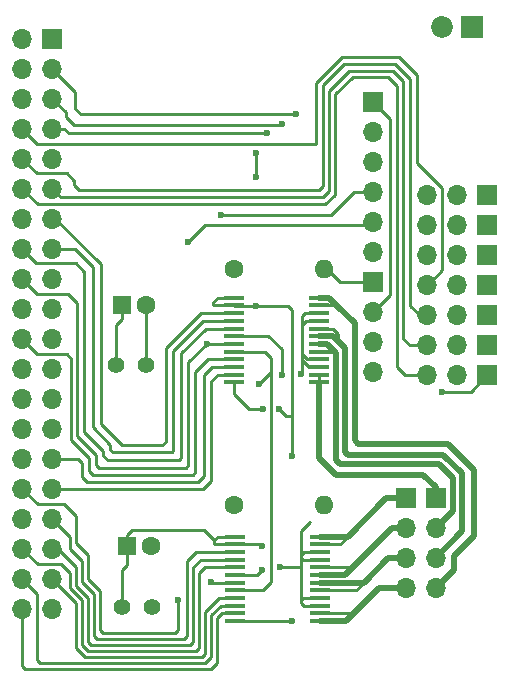
<source format=gbr>
G04 #@! TF.FileFunction,Copper,L1,Top,Signal*
%FSLAX46Y46*%
G04 Gerber Fmt 4.6, Leading zero omitted, Abs format (unit mm)*
G04 Created by KiCad (PCBNEW 4.0.7) date 08/31/18 00:13:05*
%MOMM*%
%LPD*%
G01*
G04 APERTURE LIST*
%ADD10C,0.150000*%
%ADD11C,1.400000*%
%ADD12R,1.600000X1.600000*%
%ADD13C,1.600000*%
%ADD14R,1.750000X0.450000*%
%ADD15R,1.700000X1.700000*%
%ADD16O,1.700000X1.700000*%
%ADD17R,1.850000X1.850000*%
%ADD18C,1.850000*%
%ADD19O,1.600000X1.600000*%
%ADD20C,0.600000*%
%ADD21C,0.250000*%
%ADD22C,0.500000*%
G04 APERTURE END LIST*
D10*
D11*
X121000000Y-108100000D03*
X123500000Y-108100000D03*
D12*
X121920000Y-123444000D03*
D13*
X123920000Y-123444000D03*
D14*
X138220000Y-129785000D03*
X138220000Y-129135000D03*
X138220000Y-128485000D03*
X138220000Y-127835000D03*
X138220000Y-127185000D03*
X138220000Y-126535000D03*
X138220000Y-125885000D03*
X138220000Y-125235000D03*
X138220000Y-124585000D03*
X138220000Y-123935000D03*
X138220000Y-123285000D03*
X138220000Y-122635000D03*
X131020000Y-122635000D03*
X131020000Y-123285000D03*
X131020000Y-123935000D03*
X131020000Y-124585000D03*
X131020000Y-125235000D03*
X131020000Y-125885000D03*
X131020000Y-126535000D03*
X131020000Y-127185000D03*
X131020000Y-127835000D03*
X131020000Y-128485000D03*
X131020000Y-129135000D03*
X131020000Y-129785000D03*
X138200000Y-109575000D03*
X138200000Y-108925000D03*
X138200000Y-108275000D03*
X138200000Y-107625000D03*
X138200000Y-106975000D03*
X138200000Y-106325000D03*
X138200000Y-105675000D03*
X138200000Y-105025000D03*
X138200000Y-104375000D03*
X138200000Y-103725000D03*
X138200000Y-103075000D03*
X138200000Y-102425000D03*
X131000000Y-102425000D03*
X131000000Y-103075000D03*
X131000000Y-103725000D03*
X131000000Y-104375000D03*
X131000000Y-105025000D03*
X131000000Y-105675000D03*
X131000000Y-106325000D03*
X131000000Y-106975000D03*
X131000000Y-107625000D03*
X131000000Y-108275000D03*
X131000000Y-108925000D03*
X131000000Y-109575000D03*
D15*
X115570000Y-80490000D03*
D16*
X113030000Y-80490000D03*
X115570000Y-83030000D03*
X113030000Y-83030000D03*
X115570000Y-85570000D03*
X113030000Y-85570000D03*
X115570000Y-88110000D03*
X113030000Y-88110000D03*
X115570000Y-90650000D03*
X113030000Y-90650000D03*
X115570000Y-93190000D03*
X113030000Y-93190000D03*
X115570000Y-95730000D03*
X113030000Y-95730000D03*
X115570000Y-98270000D03*
X113030000Y-98270000D03*
X115570000Y-100810000D03*
X113030000Y-100810000D03*
X115570000Y-103350000D03*
X113030000Y-103350000D03*
X115570000Y-105890000D03*
X113030000Y-105890000D03*
X115570000Y-108430000D03*
X113030000Y-108430000D03*
X115570000Y-110970000D03*
X113030000Y-110970000D03*
X115570000Y-113510000D03*
X113030000Y-113510000D03*
X115570000Y-116050000D03*
X113030000Y-116050000D03*
X115570000Y-118590000D03*
X113030000Y-118590000D03*
X115570000Y-121130000D03*
X113030000Y-121130000D03*
X115570000Y-123670000D03*
X113030000Y-123670000D03*
X115570000Y-126210000D03*
X113030000Y-126210000D03*
X115570000Y-128750000D03*
X113030000Y-128750000D03*
D12*
X121500000Y-103000000D03*
D13*
X123500000Y-103000000D03*
D11*
X121500000Y-128600000D03*
X124000000Y-128600000D03*
D15*
X142740000Y-101100000D03*
D16*
X142740000Y-103640000D03*
X142740000Y-106180000D03*
X142740000Y-108720000D03*
D15*
X142740000Y-85860000D03*
D16*
X142740000Y-88400000D03*
X142740000Y-90940000D03*
X142740000Y-93480000D03*
X142740000Y-96020000D03*
X142740000Y-98560000D03*
D15*
X152400000Y-93726000D03*
D16*
X149860000Y-93726000D03*
X147320000Y-93726000D03*
D15*
X152400000Y-108966000D03*
D16*
X149860000Y-108966000D03*
X147320000Y-108966000D03*
D15*
X152400000Y-106426000D03*
D16*
X149860000Y-106426000D03*
X147320000Y-106426000D03*
D15*
X152400000Y-96266000D03*
D16*
X149860000Y-96266000D03*
X147320000Y-96266000D03*
D15*
X152400000Y-103886000D03*
D16*
X149860000Y-103886000D03*
X147320000Y-103886000D03*
D15*
X152400000Y-101346000D03*
D16*
X149860000Y-101346000D03*
X147320000Y-101346000D03*
D15*
X152400000Y-98806000D03*
D16*
X149860000Y-98806000D03*
X147320000Y-98806000D03*
D15*
X145510000Y-119380000D03*
D16*
X145510000Y-121920000D03*
X145510000Y-124460000D03*
X145510000Y-127000000D03*
D15*
X148050000Y-119380000D03*
D16*
X148050000Y-121920000D03*
X148050000Y-124460000D03*
X148050000Y-127000000D03*
D17*
X151100000Y-79500000D03*
D18*
X148600000Y-79500000D03*
D13*
X131000000Y-120000000D03*
D19*
X138620000Y-120000000D03*
D13*
X131000000Y-100000000D03*
D19*
X138620000Y-100000000D03*
D20*
X133100000Y-109700000D03*
X148600000Y-110400000D03*
X135000000Y-109000000D03*
X136600000Y-108900000D03*
X133350000Y-125476000D03*
X134874000Y-125222000D03*
X132800000Y-103100000D03*
X132800000Y-92200000D03*
X132800000Y-90200000D03*
X134800000Y-111800000D03*
X133400000Y-111800000D03*
X135900000Y-115800000D03*
X135890000Y-129794000D03*
X133350000Y-123444000D03*
X126238000Y-128016000D03*
X129032000Y-126492000D03*
X127100000Y-97700000D03*
X129900000Y-95400000D03*
X136200000Y-86900000D03*
X133800000Y-88500000D03*
X135000000Y-87700000D03*
X128700000Y-106300000D03*
D21*
X133100000Y-109700000D02*
X134100000Y-108700000D01*
X131020000Y-127185000D02*
X133415000Y-127185000D01*
X133415000Y-127185000D02*
X134100000Y-126500000D01*
X134100000Y-126500000D02*
X134100000Y-108700000D01*
X133575000Y-106975000D02*
X131000000Y-106975000D01*
X134100000Y-108700000D02*
X134100000Y-107500000D01*
X134100000Y-107500000D02*
X133575000Y-106975000D01*
X121500000Y-103000000D02*
X121500000Y-104200000D01*
X121000000Y-104700000D02*
X121000000Y-108100000D01*
X121500000Y-104200000D02*
X121000000Y-104700000D01*
X152400000Y-108966000D02*
X152400000Y-109000000D01*
X152400000Y-109000000D02*
X151000000Y-110400000D01*
X151000000Y-110400000D02*
X148600000Y-110400000D01*
X138620000Y-100000000D02*
X138800000Y-100000000D01*
X138800000Y-100000000D02*
X139900000Y-101100000D01*
X139900000Y-101100000D02*
X142740000Y-101100000D01*
X123500000Y-103000000D02*
X123500000Y-108100000D01*
X131000000Y-105675000D02*
X133875000Y-105675000D01*
X135000000Y-106800000D02*
X135000000Y-109000000D01*
X133875000Y-105675000D02*
X135000000Y-106800000D01*
X136700000Y-108800000D02*
X136700000Y-107700000D01*
X136600000Y-108900000D02*
X136700000Y-108800000D01*
X138200000Y-104375000D02*
X137025000Y-104375000D01*
X137025000Y-104375000D02*
X136700000Y-104700000D01*
X138200000Y-107625000D02*
X137125000Y-107625000D01*
X137125000Y-107625000D02*
X136700000Y-107200000D01*
X138200000Y-103725000D02*
X136975000Y-103725000D01*
X136700000Y-107700000D02*
X137300000Y-108300000D01*
X136700000Y-104000000D02*
X136700000Y-104700000D01*
X136700000Y-104700000D02*
X136700000Y-107200000D01*
X136700000Y-107200000D02*
X136700000Y-107700000D01*
X136975000Y-103725000D02*
X136700000Y-104000000D01*
X113030000Y-116050000D02*
X113030000Y-115824000D01*
X136652000Y-124206000D02*
X136652000Y-122174000D01*
X136652000Y-122174000D02*
X137414000Y-121412000D01*
X131020000Y-125885000D02*
X132941000Y-125885000D01*
X132941000Y-125885000D02*
X133350000Y-125476000D01*
X134874000Y-125222000D02*
X136652000Y-125222000D01*
X136652000Y-124460000D02*
X136652000Y-125222000D01*
X136652000Y-125222000D02*
X136652000Y-128270000D01*
X138220000Y-123935000D02*
X136923000Y-123935000D01*
X136777000Y-124585000D02*
X138220000Y-124585000D01*
X136652000Y-124460000D02*
X136777000Y-124585000D01*
X136652000Y-124206000D02*
X136652000Y-124460000D01*
X136923000Y-123935000D02*
X136652000Y-124206000D01*
X138220000Y-127835000D02*
X136833000Y-127835000D01*
X136833000Y-127835000D02*
X136652000Y-128016000D01*
X136652000Y-128016000D02*
X136652000Y-128270000D01*
X136867000Y-128485000D02*
X138220000Y-128485000D01*
X136652000Y-128270000D02*
X136867000Y-128485000D01*
X132800000Y-90200000D02*
X132800000Y-92200000D01*
X131000000Y-109575000D02*
X131000000Y-110600000D01*
X135400000Y-112400000D02*
X135900000Y-112400000D01*
X134800000Y-111800000D02*
X135400000Y-112400000D01*
X132200000Y-111800000D02*
X133400000Y-111800000D01*
X131000000Y-110600000D02*
X132200000Y-111800000D01*
X121920000Y-123444000D02*
X121920000Y-122480000D01*
X128450000Y-122100000D02*
X129286000Y-122936000D01*
X122300000Y-122100000D02*
X128450000Y-122100000D01*
X121920000Y-122480000D02*
X122300000Y-122100000D01*
X135500000Y-103100000D02*
X132800000Y-103100000D01*
X132800000Y-103100000D02*
X131025000Y-103100000D01*
X135900000Y-103500000D02*
X135500000Y-103100000D01*
X135900000Y-110400000D02*
X135900000Y-103500000D01*
X135900000Y-115800000D02*
X135900000Y-112400000D01*
X135900000Y-112400000D02*
X135900000Y-110400000D01*
X131025000Y-103100000D02*
X131000000Y-103075000D01*
X131000000Y-103075000D02*
X129175000Y-103075000D01*
X129575000Y-102425000D02*
X131000000Y-102425000D01*
X129200000Y-102800000D02*
X129575000Y-102425000D01*
X129200000Y-103050000D02*
X129200000Y-102800000D01*
X129175000Y-103075000D02*
X129200000Y-103050000D01*
X121920000Y-123444000D02*
X121920000Y-125080000D01*
X121500000Y-125500000D02*
X121500000Y-128600000D01*
X121920000Y-125080000D02*
X121500000Y-125500000D01*
X132851000Y-129785000D02*
X131020000Y-129785000D01*
X135890000Y-129794000D02*
X132851000Y-129785000D01*
X133191000Y-123285000D02*
X131020000Y-123285000D01*
X133350000Y-123444000D02*
X133191000Y-123285000D01*
X129286000Y-123285000D02*
X129286000Y-122936000D01*
X129286000Y-123285000D02*
X131020000Y-123285000D01*
X129286000Y-122936000D02*
X129587000Y-122635000D01*
X129587000Y-122635000D02*
X131020000Y-122635000D01*
X114328000Y-119888000D02*
X113030000Y-118590000D01*
X116586000Y-119888000D02*
X114328000Y-119888000D01*
X117602000Y-120904000D02*
X116586000Y-119888000D01*
X117602000Y-123190000D02*
X117602000Y-120904000D01*
X118618000Y-124206000D02*
X117602000Y-123190000D01*
X118618000Y-126238000D02*
X118618000Y-124206000D01*
X119634000Y-127254000D02*
X118618000Y-126238000D01*
X119634000Y-130556000D02*
X119634000Y-127254000D01*
X119903996Y-130825996D02*
X119634000Y-130556000D01*
X125968004Y-130825996D02*
X119903996Y-130825996D01*
X126238000Y-130556000D02*
X125968004Y-130825996D01*
X126238000Y-128016000D02*
X126238000Y-130556000D01*
X129075000Y-126535000D02*
X131020000Y-126535000D01*
X129032000Y-126492000D02*
X129075000Y-126535000D01*
X142740000Y-103640000D02*
X142760000Y-103640000D01*
X142760000Y-103640000D02*
X144200000Y-102200000D01*
X144200000Y-87320000D02*
X142740000Y-85860000D01*
X144200000Y-102200000D02*
X144200000Y-87320000D01*
X131020000Y-123935000D02*
X127779000Y-123935000D01*
X117094000Y-122654000D02*
X115570000Y-121130000D01*
X117094000Y-123698000D02*
X117094000Y-122654000D01*
X118110000Y-124714000D02*
X117094000Y-123698000D01*
X118110000Y-126492000D02*
X118110000Y-124714000D01*
X119126000Y-127508000D02*
X118110000Y-126492000D01*
X119126000Y-131071998D02*
X119126000Y-127508000D01*
X119380000Y-131325998D02*
X119126000Y-131071998D01*
X126746000Y-131325998D02*
X119380000Y-131325998D01*
X127000000Y-131071998D02*
X126746000Y-131325998D01*
X127000000Y-124714000D02*
X127000000Y-131071998D01*
X127779000Y-123935000D02*
X127000000Y-124714000D01*
X127100000Y-97700000D02*
X128500000Y-96300000D01*
X128500000Y-96300000D02*
X142460000Y-96300000D01*
X142460000Y-96300000D02*
X142740000Y-96020000D01*
X139500000Y-95100000D02*
X139200000Y-95400000D01*
X139500000Y-95100000D02*
X141120000Y-93480000D01*
X142740000Y-93480000D02*
X141120000Y-93480000D01*
X139200000Y-95400000D02*
X129900000Y-95400000D01*
X136200000Y-86900000D02*
X118000000Y-86900000D01*
X118000000Y-86900000D02*
X117500000Y-86400000D01*
X117500000Y-86400000D02*
X117500000Y-84960000D01*
X117500000Y-84960000D02*
X115570000Y-83030000D01*
X116610000Y-88110000D02*
X115570000Y-88110000D01*
X117000000Y-88500000D02*
X116610000Y-88110000D01*
X133800000Y-88500000D02*
X117000000Y-88500000D01*
X116700000Y-86700000D02*
X115570000Y-85570000D01*
X116700000Y-87100000D02*
X116700000Y-86700000D01*
X117400000Y-87800000D02*
X116700000Y-87100000D01*
X134900000Y-87800000D02*
X117400000Y-87800000D01*
X135000000Y-87700000D02*
X134900000Y-87800000D01*
X115570000Y-116050000D02*
X117750000Y-116050000D01*
X129125000Y-108275000D02*
X131000000Y-108275000D01*
X128400000Y-109000000D02*
X129125000Y-108275000D01*
X128400000Y-117500000D02*
X128400000Y-109000000D01*
X127900000Y-118000000D02*
X128400000Y-117500000D01*
X118500000Y-118000000D02*
X127900000Y-118000000D01*
X118100000Y-117600000D02*
X118500000Y-118000000D01*
X118100000Y-116400000D02*
X118100000Y-117600000D01*
X117750000Y-116050000D02*
X118100000Y-116400000D01*
X115570000Y-118590000D02*
X128310000Y-118590000D01*
X129000000Y-109500000D02*
X129575000Y-108925000D01*
X129575000Y-108925000D02*
X131000000Y-108925000D01*
X129000000Y-117900000D02*
X129000000Y-109500000D01*
X128310000Y-118590000D02*
X129000000Y-117900000D01*
X147320000Y-106426000D02*
X145826000Y-106426000D01*
X116280000Y-93900000D02*
X115570000Y-93190000D01*
X138499998Y-93900000D02*
X116280000Y-93900000D01*
X138999998Y-93400000D02*
X138499998Y-93900000D01*
X138999998Y-84900002D02*
X138999998Y-93400000D01*
X140700002Y-83199998D02*
X138999998Y-84900002D01*
X144399998Y-83199998D02*
X140700002Y-83199998D01*
X145300002Y-84100002D02*
X144399998Y-83199998D01*
X145300002Y-105900002D02*
X145300002Y-84100002D01*
X145826000Y-106426000D02*
X145300002Y-105900002D01*
X131020000Y-129135000D02*
X129945000Y-129135000D01*
X113030000Y-133604000D02*
X113030000Y-128750000D01*
X113291998Y-133865998D02*
X113030000Y-133604000D01*
X129032000Y-133865998D02*
X113291998Y-133865998D01*
X129540000Y-133357998D02*
X129032000Y-133865998D01*
X129540000Y-129540000D02*
X129540000Y-133357998D01*
X129945000Y-129135000D02*
X129540000Y-129540000D01*
X131020000Y-128485000D02*
X129833000Y-128485000D01*
X114300000Y-127480000D02*
X113030000Y-126210000D01*
X114300000Y-133096000D02*
X114300000Y-127480000D01*
X114569996Y-133365996D02*
X114300000Y-133096000D01*
X128524000Y-133365996D02*
X114569996Y-133365996D01*
X129032000Y-132857996D02*
X128524000Y-133365996D01*
X129032000Y-129286000D02*
X129032000Y-132857996D01*
X129833000Y-128485000D02*
X129032000Y-129286000D01*
X147320000Y-108966000D02*
X145466000Y-108966000D01*
X114340000Y-94500000D02*
X113030000Y-93190000D01*
X138700000Y-94500000D02*
X114340000Y-94500000D01*
X139500000Y-93700000D02*
X138700000Y-94500000D01*
X139500000Y-85200000D02*
X139500000Y-93700000D01*
X141000000Y-83700000D02*
X139500000Y-85200000D01*
X144000000Y-83700000D02*
X141000000Y-83700000D01*
X144800000Y-84500000D02*
X144000000Y-83700000D01*
X144800000Y-108300000D02*
X144800000Y-84500000D01*
X145466000Y-108966000D02*
X144800000Y-108300000D01*
X131020000Y-124585000D02*
X128145000Y-124585000D01*
X117602000Y-125222000D02*
X116050000Y-123670000D01*
X117602000Y-126800890D02*
X117602000Y-125222000D01*
X118618000Y-127816890D02*
X117602000Y-126800890D01*
X118618000Y-131579998D02*
X118618000Y-127816890D01*
X118864002Y-131826000D02*
X118618000Y-131579998D01*
X127261998Y-131826000D02*
X118864002Y-131826000D01*
X127508000Y-131579998D02*
X127261998Y-131826000D01*
X127508000Y-125222000D02*
X127508000Y-131579998D01*
X128145000Y-124585000D02*
X127508000Y-125222000D01*
X116050000Y-123670000D02*
X115570000Y-123670000D01*
X116050000Y-123670000D02*
X115570000Y-123670000D01*
X115570000Y-123670000D02*
X116050000Y-123670000D01*
X131020000Y-125235000D02*
X128511000Y-125235000D01*
X114328000Y-124968000D02*
X113030000Y-123670000D01*
X116332000Y-124968000D02*
X114328000Y-124968000D01*
X117094000Y-125730000D02*
X116332000Y-124968000D01*
X117094000Y-127000000D02*
X117094000Y-125730000D01*
X118110000Y-128016000D02*
X117094000Y-127000000D01*
X118110000Y-131826000D02*
X118110000Y-128016000D01*
X118618000Y-132334000D02*
X118110000Y-131826000D01*
X127769998Y-132334000D02*
X118618000Y-132334000D01*
X128016000Y-132087998D02*
X127769998Y-132334000D01*
X128016000Y-125730000D02*
X128016000Y-132087998D01*
X128511000Y-125235000D02*
X128016000Y-125730000D01*
X113030000Y-98270000D02*
X113030000Y-98330000D01*
X113030000Y-98330000D02*
X114200000Y-99500000D01*
X114200000Y-99500000D02*
X117600000Y-99500000D01*
X117600000Y-99500000D02*
X118300000Y-100200000D01*
X118300000Y-100200000D02*
X118300000Y-113800000D01*
X118300000Y-113800000D02*
X119900000Y-115400000D01*
X119900000Y-115400000D02*
X119900000Y-115800000D01*
X119900000Y-115800000D02*
X120300000Y-116200000D01*
X120300000Y-116200000D02*
X126300000Y-116200000D01*
X126300000Y-116200000D02*
X126500000Y-116000000D01*
X126500000Y-116000000D02*
X126500000Y-107100000D01*
X126500000Y-107100000D02*
X128575000Y-105025000D01*
X128575000Y-105025000D02*
X131000000Y-105025000D01*
X115570000Y-95730000D02*
X115830000Y-95730000D01*
X115830000Y-95730000D02*
X119700000Y-99600000D01*
X119700000Y-99600000D02*
X119700000Y-113100000D01*
X119700000Y-113100000D02*
X121500000Y-114900000D01*
X121500000Y-114900000D02*
X124900000Y-114900000D01*
X124900000Y-114900000D02*
X125200000Y-114600000D01*
X125200000Y-114600000D02*
X125200000Y-106700000D01*
X125200000Y-106700000D02*
X128175000Y-103725000D01*
X128175000Y-103725000D02*
X131000000Y-103725000D01*
X131020000Y-127835000D02*
X129721000Y-127835000D01*
X117602000Y-128242000D02*
X115570000Y-126210000D01*
X117602000Y-132080000D02*
X117602000Y-128242000D01*
X118364000Y-132842000D02*
X117602000Y-132080000D01*
X128293994Y-132842000D02*
X118364000Y-132842000D01*
X128524000Y-132611994D02*
X128293994Y-132842000D01*
X128524000Y-129032000D02*
X128524000Y-132611994D01*
X129721000Y-127835000D02*
X128524000Y-129032000D01*
X128700000Y-106300000D02*
X128675000Y-106325000D01*
X113030000Y-100810000D02*
X113030000Y-100830000D01*
X113030000Y-100830000D02*
X114300000Y-102100000D01*
X114300000Y-102100000D02*
X116900000Y-102100000D01*
X116900000Y-102100000D02*
X117700002Y-102900002D01*
X117700002Y-102900002D02*
X117700002Y-114100002D01*
X117700002Y-114100002D02*
X119300000Y-115700000D01*
X119300000Y-115700000D02*
X119300000Y-116600000D01*
X119300000Y-116600000D02*
X119500000Y-116800000D01*
X119500000Y-116800000D02*
X126900000Y-116800000D01*
X126900000Y-116800000D02*
X127100000Y-116600000D01*
X127100000Y-116600000D02*
X127100000Y-107900000D01*
X127100000Y-107900000D02*
X128675000Y-106325000D01*
X128675000Y-106325000D02*
X131000000Y-106325000D01*
X113030000Y-105890000D02*
X113030000Y-105930000D01*
X113030000Y-105930000D02*
X114300000Y-107200000D01*
X114300000Y-107200000D02*
X116800000Y-107200000D01*
X116800000Y-107200000D02*
X117200000Y-107600000D01*
X117200000Y-107600000D02*
X117200000Y-114500000D01*
X117200000Y-114500000D02*
X118700000Y-116000000D01*
X118700000Y-116000000D02*
X118700000Y-117100000D01*
X118700000Y-117100000D02*
X119000000Y-117400000D01*
X119000000Y-117400000D02*
X127500000Y-117400000D01*
X127500000Y-117400000D02*
X127700000Y-117200000D01*
X127700000Y-117200000D02*
X127700000Y-108700000D01*
X127700000Y-108700000D02*
X128775000Y-107625000D01*
X128775000Y-107625000D02*
X131000000Y-107625000D01*
X115570000Y-98270000D02*
X117470000Y-98270000D01*
X128325000Y-104375000D02*
X131000000Y-104375000D01*
X125800000Y-106900000D02*
X128325000Y-104375000D01*
X125800000Y-115400000D02*
X125800000Y-106900000D01*
X125700000Y-115500000D02*
X125800000Y-115400000D01*
X120700000Y-115500000D02*
X125700000Y-115500000D01*
X120500000Y-115300000D02*
X120700000Y-115500000D01*
X120500000Y-114900000D02*
X120500000Y-115300000D01*
X119000000Y-113400000D02*
X120500000Y-114900000D01*
X119000000Y-99800000D02*
X119000000Y-113400000D01*
X117470000Y-98270000D02*
X119000000Y-99800000D01*
X147320000Y-101346000D02*
X147354000Y-101346000D01*
X147354000Y-101346000D02*
X148600000Y-100100000D01*
X148600000Y-100100000D02*
X148600000Y-93100000D01*
X148600000Y-93100000D02*
X146500000Y-91000000D01*
X146500000Y-91000000D02*
X146500000Y-83600000D01*
X146500000Y-83600000D02*
X144900000Y-82000000D01*
X144900000Y-82000000D02*
X140100000Y-82000000D01*
X140100000Y-82000000D02*
X137900000Y-84200000D01*
X137900000Y-84200000D02*
X137900000Y-89400000D01*
X137900000Y-89400000D02*
X114300000Y-89400000D01*
X114300000Y-89400000D02*
X113030000Y-88130000D01*
X113030000Y-88130000D02*
X113030000Y-88110000D01*
X147320000Y-103886000D02*
X146686000Y-103886000D01*
X146686000Y-103886000D02*
X145900000Y-103100000D01*
X145900000Y-103100000D02*
X145900000Y-83900000D01*
X145900000Y-83900000D02*
X144600000Y-82600000D01*
X144600000Y-82600000D02*
X140300000Y-82600000D01*
X140300000Y-82600000D02*
X138499996Y-84400004D01*
X138499996Y-84400004D02*
X138499996Y-93000004D01*
X138499996Y-93000004D02*
X138200000Y-93300000D01*
X138200000Y-93300000D02*
X117800000Y-93300000D01*
X117800000Y-93300000D02*
X117400000Y-92900000D01*
X117400000Y-92900000D02*
X117400000Y-92500000D01*
X117400000Y-92500000D02*
X116800000Y-91900000D01*
X116800000Y-91900000D02*
X114280000Y-91900000D01*
X114280000Y-91900000D02*
X113030000Y-90650000D01*
D22*
X143870000Y-119380000D02*
X145510000Y-119380000D01*
X140615000Y-122635000D02*
X143870000Y-119380000D01*
D21*
X138220000Y-123285000D02*
X139965000Y-123285000D01*
X139965000Y-123285000D02*
X140615000Y-122635000D01*
D22*
X138220000Y-122635000D02*
X140615000Y-122635000D01*
X144330000Y-121920000D02*
X145510000Y-121920000D01*
X140900000Y-125350000D02*
X144330000Y-121920000D01*
D21*
X138220000Y-125235000D02*
X141015000Y-125235000D01*
X140900000Y-125200000D02*
X140900000Y-125350000D01*
X140980000Y-125200000D02*
X140900000Y-125200000D01*
X141015000Y-125235000D02*
X140980000Y-125200000D01*
D22*
X138220000Y-125885000D02*
X140365000Y-125885000D01*
X140365000Y-125885000D02*
X140900000Y-125350000D01*
D21*
X138220000Y-127185000D02*
X141315000Y-127185000D01*
X141315000Y-127185000D02*
X141965000Y-126535000D01*
D22*
X138220000Y-126535000D02*
X141965000Y-126535000D01*
X141965000Y-126535000D02*
X144040000Y-124460000D01*
X144040000Y-124460000D02*
X145510000Y-124460000D01*
D21*
X138220000Y-129135000D02*
X141115000Y-129135000D01*
X141200000Y-129100000D02*
X141200000Y-129050000D01*
X141150000Y-129100000D02*
X141200000Y-129100000D01*
X141115000Y-129135000D02*
X141150000Y-129100000D01*
D22*
X138220000Y-129785000D02*
X140465000Y-129785000D01*
X140465000Y-129785000D02*
X141200000Y-129050000D01*
X141200000Y-129050000D02*
X143250000Y-127000000D01*
X143250000Y-127000000D02*
X145510000Y-127000000D01*
D21*
X138200000Y-108925000D02*
X138200000Y-109575000D01*
D22*
X138200000Y-109575000D02*
X138200000Y-116000000D01*
X148050000Y-118450000D02*
X148050000Y-119380000D01*
X147000000Y-117400000D02*
X148050000Y-118450000D01*
X139600000Y-117400000D02*
X147000000Y-117400000D01*
X138200000Y-116000000D02*
X139600000Y-117400000D01*
D21*
X138200000Y-106975000D02*
X139475000Y-106975000D01*
X139400000Y-107000000D02*
X139400000Y-106900000D01*
X139450000Y-107000000D02*
X139400000Y-107000000D01*
X139475000Y-106975000D02*
X139450000Y-107000000D01*
D22*
X138200000Y-106325000D02*
X138825000Y-106325000D01*
X138825000Y-106325000D02*
X139400000Y-106900000D01*
X139400000Y-106900000D02*
X139600000Y-107100000D01*
X139600000Y-107100000D02*
X139600000Y-116200000D01*
X139600000Y-116200000D02*
X139900000Y-116500000D01*
X139900000Y-116500000D02*
X148300000Y-116500000D01*
X148300000Y-116500000D02*
X149500000Y-117700000D01*
X149500000Y-117700000D02*
X149500000Y-120470000D01*
X149500000Y-120470000D02*
X148050000Y-121920000D01*
D21*
X138200000Y-105025000D02*
X139325000Y-105025000D01*
X139800000Y-105500000D02*
X139800000Y-106100000D01*
X139325000Y-105025000D02*
X139800000Y-105500000D01*
D22*
X138200000Y-105675000D02*
X139375000Y-105675000D01*
X150300000Y-122210000D02*
X148050000Y-124460000D01*
X150300000Y-117300000D02*
X150300000Y-122210000D01*
X148700000Y-115700000D02*
X150300000Y-117300000D01*
X140600000Y-115700000D02*
X148700000Y-115700000D01*
X140400000Y-115500000D02*
X140600000Y-115700000D01*
X140400000Y-106700000D02*
X140400000Y-115500000D01*
X139375000Y-105675000D02*
X139800000Y-106100000D01*
X139800000Y-106100000D02*
X140400000Y-106700000D01*
D21*
X138200000Y-103075000D02*
X139675000Y-103075000D01*
X139675000Y-103075000D02*
X139600000Y-103000000D01*
D22*
X138200000Y-102425000D02*
X139025000Y-102425000D01*
X139025000Y-102425000D02*
X139600000Y-103000000D01*
X139600000Y-103000000D02*
X141200000Y-104600000D01*
X141200000Y-104600000D02*
X141200000Y-114500000D01*
X141200000Y-114500000D02*
X141500000Y-114800000D01*
X141500000Y-114800000D02*
X149100000Y-114800000D01*
X149100000Y-114800000D02*
X151300000Y-117000000D01*
X151300000Y-117000000D02*
X151300000Y-122600000D01*
X151300000Y-122600000D02*
X149600000Y-124300000D01*
X149600000Y-124300000D02*
X149600000Y-125450000D01*
X149600000Y-125450000D02*
X148050000Y-127000000D01*
M02*

</source>
